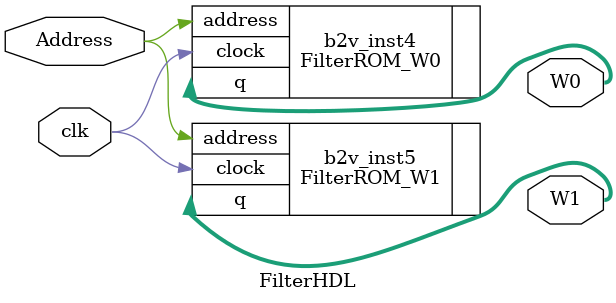
<source format=v>


module FilterHDL(
	clk,
	Address,
	W0,
	W1
);


input wire	clk;
input wire	Address;
output wire	[71:0] W0;
output wire	[71:0] W1;






FilterROM_W0	b2v_inst4(
	.clock(clk),
	.address(Address),
	.q(W0));


FilterROM_W1	b2v_inst5(
	.clock(clk),
	.address(Address),
	.q(W1));


endmodule

</source>
